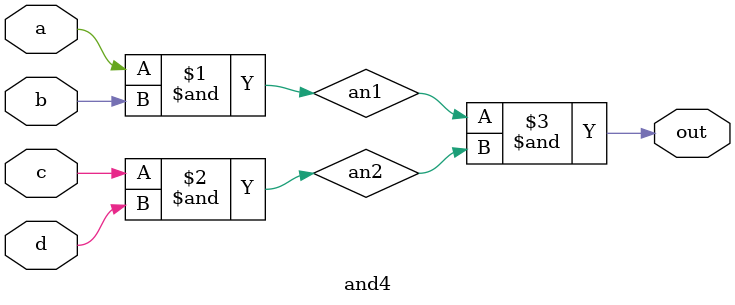
<source format=v>
module and4(
   output       out,
   input        a, b, c, d);

   wire         an1, an2 ;
   and #1       (an1, a, b);
   and #2       (an2, c, d);
   and #1.5     (out, an1, an2);
endmodule
</source>
